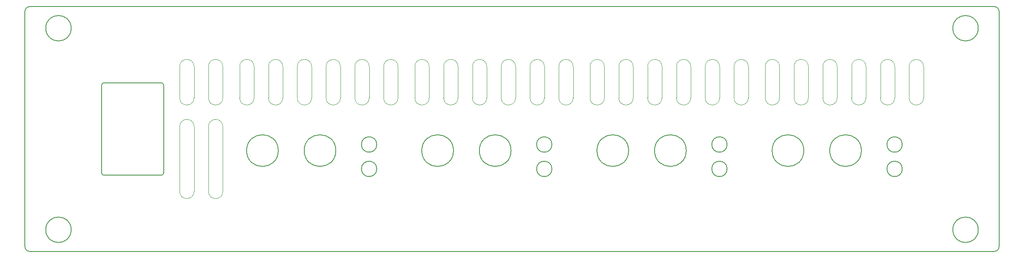
<source format=gm1>
%TF.GenerationSoftware,KiCad,Pcbnew,5.1.10-88a1d61d58~90~ubuntu20.04.1*%
%TF.CreationDate,2021-10-18T00:15:20+03:00*%
%TF.ProjectId,PRS_front_panel,5052535f-6672-46f6-9e74-5f70616e656c,rev?*%
%TF.SameCoordinates,Original*%
%TF.FileFunction,Profile,NP*%
%FSLAX46Y46*%
G04 Gerber Fmt 4.6, Leading zero omitted, Abs format (unit mm)*
G04 Created by KiCad (PCBNEW 5.1.10-88a1d61d58~90~ubuntu20.04.1) date 2021-10-18 00:15:20*
%MOMM*%
%LPD*%
G01*
G04 APERTURE LIST*
%TA.AperFunction,Profile*%
%ADD10C,0.050000*%
%TD*%
%TA.AperFunction,Profile*%
%ADD11C,0.200000*%
%TD*%
G04 APERTURE END LIST*
D10*
X85250000Y-87500000D02*
G75*
G02*
X82250000Y-87500000I-1500000J0D01*
G01*
X88250000Y-74000000D02*
G75*
G02*
X91250000Y-74000000I1500000J0D01*
G01*
X85250000Y-74000000D02*
X85250000Y-87500000D01*
X82250000Y-74000000D02*
G75*
G02*
X85250000Y-74000000I1500000J0D01*
G01*
X91250000Y-74000000D02*
X91250000Y-87500000D01*
X82250000Y-87500000D02*
X82250000Y-74000000D01*
X88250000Y-87500000D02*
X88250000Y-74000000D01*
X91250000Y-87500000D02*
G75*
G02*
X88250000Y-87500000I-1500000J0D01*
G01*
X91250000Y-61500000D02*
X91250000Y-68000000D01*
X85250000Y-68000000D02*
G75*
G02*
X82250000Y-68000000I-1500000J0D01*
G01*
X88250000Y-61500000D02*
G75*
G02*
X91250000Y-61500000I1500000J0D01*
G01*
X88250000Y-68000000D02*
X88250000Y-61500000D01*
X85250000Y-61500000D02*
X85250000Y-68000000D01*
X82250000Y-61500000D02*
G75*
G02*
X85250000Y-61500000I1500000J0D01*
G01*
X91250000Y-68000000D02*
G75*
G02*
X88250000Y-68000000I-1500000J0D01*
G01*
X82250000Y-68000000D02*
X82250000Y-61500000D01*
X237250000Y-61500000D02*
X237250000Y-68000000D01*
X213250000Y-61500000D02*
X213250000Y-68000000D01*
X225250000Y-61500000D02*
X225250000Y-68000000D01*
X210250000Y-61500000D02*
G75*
G02*
X213250000Y-61500000I1500000J0D01*
G01*
X231250000Y-68000000D02*
G75*
G02*
X228250000Y-68000000I-1500000J0D01*
G01*
X216250000Y-68000000D02*
X216250000Y-61500000D01*
X207250000Y-68000000D02*
G75*
G02*
X204250000Y-68000000I-1500000J0D01*
G01*
X213250000Y-68000000D02*
G75*
G02*
X210250000Y-68000000I-1500000J0D01*
G01*
X219250000Y-61500000D02*
X219250000Y-68000000D01*
X207250000Y-61500000D02*
X207250000Y-68000000D01*
X222250000Y-61500000D02*
G75*
G02*
X225250000Y-61500000I1500000J0D01*
G01*
X222250000Y-68000000D02*
X222250000Y-61500000D01*
X219250000Y-68000000D02*
G75*
G02*
X216250000Y-68000000I-1500000J0D01*
G01*
X216250000Y-61500000D02*
G75*
G02*
X219250000Y-61500000I1500000J0D01*
G01*
X204250000Y-61500000D02*
G75*
G02*
X207250000Y-61500000I1500000J0D01*
G01*
X234250000Y-61500000D02*
G75*
G02*
X237250000Y-61500000I1500000J0D01*
G01*
X210250000Y-68000000D02*
X210250000Y-61500000D01*
X234250000Y-68000000D02*
X234250000Y-61500000D01*
X231250000Y-61500000D02*
X231250000Y-68000000D01*
X225250000Y-68000000D02*
G75*
G02*
X222250000Y-68000000I-1500000J0D01*
G01*
X228250000Y-61500000D02*
G75*
G02*
X231250000Y-61500000I1500000J0D01*
G01*
X237250000Y-68000000D02*
G75*
G02*
X234250000Y-68000000I-1500000J0D01*
G01*
X228250000Y-68000000D02*
X228250000Y-61500000D01*
X204250000Y-68000000D02*
X204250000Y-61500000D01*
X200750000Y-61500000D02*
X200750000Y-68000000D01*
X176750000Y-61500000D02*
X176750000Y-68000000D01*
X188750000Y-61500000D02*
X188750000Y-68000000D01*
X173750000Y-61500000D02*
G75*
G02*
X176750000Y-61500000I1500000J0D01*
G01*
X194750000Y-68000000D02*
G75*
G02*
X191750000Y-68000000I-1500000J0D01*
G01*
X179750000Y-68000000D02*
X179750000Y-61500000D01*
X170750000Y-68000000D02*
G75*
G02*
X167750000Y-68000000I-1500000J0D01*
G01*
X176750000Y-68000000D02*
G75*
G02*
X173750000Y-68000000I-1500000J0D01*
G01*
X182750000Y-61500000D02*
X182750000Y-68000000D01*
X170750000Y-61500000D02*
X170750000Y-68000000D01*
X185750000Y-61500000D02*
G75*
G02*
X188750000Y-61500000I1500000J0D01*
G01*
X185750000Y-68000000D02*
X185750000Y-61500000D01*
X182750000Y-68000000D02*
G75*
G02*
X179750000Y-68000000I-1500000J0D01*
G01*
X179750000Y-61500000D02*
G75*
G02*
X182750000Y-61500000I1500000J0D01*
G01*
X167750000Y-61500000D02*
G75*
G02*
X170750000Y-61500000I1500000J0D01*
G01*
X197750000Y-61500000D02*
G75*
G02*
X200750000Y-61500000I1500000J0D01*
G01*
X173750000Y-68000000D02*
X173750000Y-61500000D01*
X197750000Y-68000000D02*
X197750000Y-61500000D01*
X194750000Y-61500000D02*
X194750000Y-68000000D01*
X188750000Y-68000000D02*
G75*
G02*
X185750000Y-68000000I-1500000J0D01*
G01*
X191750000Y-61500000D02*
G75*
G02*
X194750000Y-61500000I1500000J0D01*
G01*
X200750000Y-68000000D02*
G75*
G02*
X197750000Y-68000000I-1500000J0D01*
G01*
X191750000Y-68000000D02*
X191750000Y-61500000D01*
X167750000Y-68000000D02*
X167750000Y-61500000D01*
X164250000Y-61500000D02*
X164250000Y-68000000D01*
X140250000Y-61500000D02*
X140250000Y-68000000D01*
X152250000Y-61500000D02*
X152250000Y-68000000D01*
X137250000Y-61500000D02*
G75*
G02*
X140250000Y-61500000I1500000J0D01*
G01*
X158250000Y-68000000D02*
G75*
G02*
X155250000Y-68000000I-1500000J0D01*
G01*
X143250000Y-68000000D02*
X143250000Y-61500000D01*
X134250000Y-68000000D02*
G75*
G02*
X131250000Y-68000000I-1500000J0D01*
G01*
X140250000Y-68000000D02*
G75*
G02*
X137250000Y-68000000I-1500000J0D01*
G01*
X146250000Y-61500000D02*
X146250000Y-68000000D01*
X134250000Y-61500000D02*
X134250000Y-68000000D01*
X149250000Y-61500000D02*
G75*
G02*
X152250000Y-61500000I1500000J0D01*
G01*
X149250000Y-68000000D02*
X149250000Y-61500000D01*
X146250000Y-68000000D02*
G75*
G02*
X143250000Y-68000000I-1500000J0D01*
G01*
X143250000Y-61500000D02*
G75*
G02*
X146250000Y-61500000I1500000J0D01*
G01*
X131250000Y-61500000D02*
G75*
G02*
X134250000Y-61500000I1500000J0D01*
G01*
X161250000Y-61500000D02*
G75*
G02*
X164250000Y-61500000I1500000J0D01*
G01*
X137250000Y-68000000D02*
X137250000Y-61500000D01*
X161250000Y-68000000D02*
X161250000Y-61500000D01*
X158250000Y-61500000D02*
X158250000Y-68000000D01*
X152250000Y-68000000D02*
G75*
G02*
X149250000Y-68000000I-1500000J0D01*
G01*
X155250000Y-61500000D02*
G75*
G02*
X158250000Y-61500000I1500000J0D01*
G01*
X164250000Y-68000000D02*
G75*
G02*
X161250000Y-68000000I-1500000J0D01*
G01*
X155250000Y-68000000D02*
X155250000Y-61500000D01*
X131250000Y-68000000D02*
X131250000Y-61500000D01*
X127750000Y-68000000D02*
G75*
G02*
X124750000Y-68000000I-1500000J0D01*
G01*
X127750000Y-61500000D02*
X127750000Y-68000000D01*
X124750000Y-61500000D02*
G75*
G02*
X127750000Y-61500000I1500000J0D01*
G01*
X124750000Y-68000000D02*
X124750000Y-61500000D01*
X115750000Y-61500000D02*
X115750000Y-68000000D01*
X112750000Y-61500000D02*
G75*
G02*
X115750000Y-61500000I1500000J0D01*
G01*
X118750000Y-68000000D02*
X118750000Y-61500000D01*
X115750000Y-68000000D02*
G75*
G02*
X112750000Y-68000000I-1500000J0D01*
G01*
X121750000Y-61500000D02*
X121750000Y-68000000D01*
X121750000Y-68000000D02*
G75*
G02*
X118750000Y-68000000I-1500000J0D01*
G01*
X118750000Y-61500000D02*
G75*
G02*
X121750000Y-61500000I1500000J0D01*
G01*
X112750000Y-68000000D02*
X112750000Y-61500000D01*
X109750000Y-61500000D02*
X109750000Y-68000000D01*
X106750000Y-61500000D02*
G75*
G02*
X109750000Y-61500000I1500000J0D01*
G01*
X109750000Y-68000000D02*
G75*
G02*
X106750000Y-68000000I-1500000J0D01*
G01*
X106750000Y-68000000D02*
X106750000Y-61500000D01*
X103750000Y-68000000D02*
G75*
G02*
X100750000Y-68000000I-1500000J0D01*
G01*
X103750000Y-61500000D02*
X103750000Y-68000000D01*
X100750000Y-61500000D02*
G75*
G02*
X103750000Y-61500000I1500000J0D01*
G01*
X100750000Y-68000000D02*
X100750000Y-61500000D01*
X94750000Y-68000000D02*
X94750000Y-61500000D01*
X97750000Y-61500000D02*
X97750000Y-68000000D01*
X97750000Y-68000000D02*
G75*
G02*
X94750000Y-68000000I-1500000J0D01*
G01*
X94750000Y-61500000D02*
G75*
G02*
X97750000Y-61500000I1500000J0D01*
G01*
D11*
X139300000Y-79000000D02*
G75*
G03*
X139300000Y-79000000I-3300000J0D01*
G01*
X66000000Y-65350000D02*
G75*
G02*
X66500000Y-64850000I500000J0D01*
G01*
X66500000Y-64850000D02*
X78400000Y-64850000D01*
X66000000Y-83650000D02*
X66000000Y-65350000D01*
X66500000Y-84150000D02*
G75*
G02*
X66000000Y-83650000I0J500000D01*
G01*
X66500000Y-84150000D02*
X78400000Y-84150000D01*
X78900000Y-83650000D02*
G75*
G02*
X78400000Y-84150000I-500000J0D01*
G01*
X78900000Y-83650000D02*
X78900000Y-65350000D01*
X78400000Y-64850000D02*
G75*
G02*
X78900000Y-65350000I0J-500000D01*
G01*
X159820000Y-77730000D02*
G75*
G03*
X159820000Y-77730000I-1600000J0D01*
G01*
X123319999Y-77730000D02*
G75*
G03*
X123319999Y-77730000I-1600000J0D01*
G01*
X123319999Y-82810000D02*
G75*
G03*
X123319999Y-82810000I-1600000J0D01*
G01*
X159820000Y-82810000D02*
G75*
G03*
X159820000Y-82810000I-1600000J0D01*
G01*
X196320000Y-77730000D02*
G75*
G03*
X196320000Y-77730000I-1600000J0D01*
G01*
X196320000Y-82810000D02*
G75*
G03*
X196320000Y-82810000I-1600000J0D01*
G01*
X232820000Y-77730000D02*
G75*
G03*
X232820000Y-77730000I-1600000J0D01*
G01*
X232820000Y-82810000D02*
G75*
G03*
X232820000Y-82810000I-1600000J0D01*
G01*
X102800000Y-79000000D02*
G75*
G03*
X102800000Y-79000000I-3300000J0D01*
G01*
X114800000Y-79000000D02*
G75*
G03*
X114800000Y-79000000I-3300000J0D01*
G01*
X151300000Y-79000000D02*
G75*
G03*
X151300000Y-79000000I-3300000J0D01*
G01*
X175800000Y-79000000D02*
G75*
G03*
X175800000Y-79000000I-3300000J0D01*
G01*
X187800000Y-79000000D02*
G75*
G03*
X187800000Y-79000000I-3300000J0D01*
G01*
X212300000Y-79000000D02*
G75*
G03*
X212300000Y-79000000I-3300000J0D01*
G01*
X224300000Y-79000000D02*
G75*
G03*
X224300000Y-79000000I-3300000J0D01*
G01*
X51000000Y-100000000D02*
G75*
G02*
X50000000Y-99000000I0J1000000D01*
G01*
X50000000Y-99000000D02*
X50000000Y-50000000D01*
X51000000Y-100000000D02*
X252000000Y-100000000D01*
X253000000Y-99000000D02*
G75*
G02*
X252000000Y-100000000I-1000000J0D01*
G01*
X253000000Y-99000000D02*
X253000000Y-50000000D01*
X252000000Y-49000000D02*
G75*
G02*
X253000000Y-50000000I0J-1000000D01*
G01*
X51000000Y-49000000D02*
X252000000Y-49000000D01*
X50000000Y-50000000D02*
G75*
G02*
X51000000Y-49000000I1000000J0D01*
G01*
X248650000Y-53500000D02*
G75*
G03*
X248650000Y-53500000I-2650000J0D01*
G01*
X248650000Y-95500000D02*
G75*
G03*
X248650000Y-95500000I-2650000J0D01*
G01*
X59650000Y-53500000D02*
G75*
G03*
X59650000Y-53500000I-2650000J0D01*
G01*
X59650000Y-95500000D02*
G75*
G03*
X59650000Y-95500000I-2650000J0D01*
G01*
M02*

</source>
